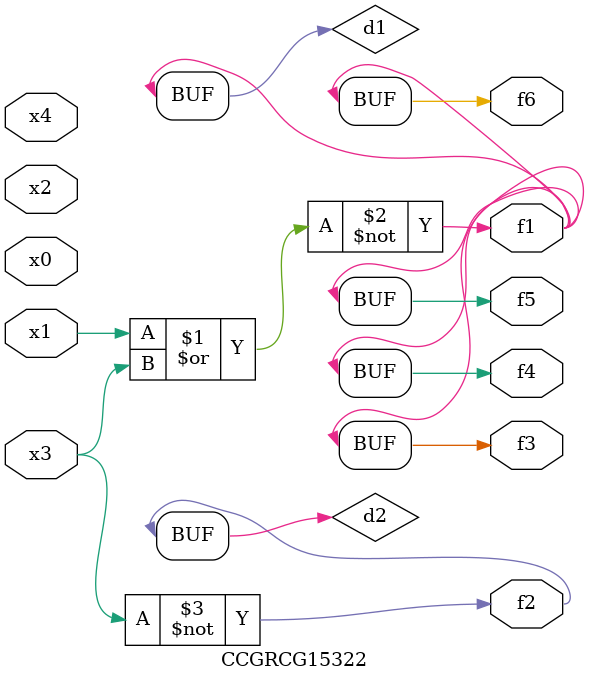
<source format=v>
module CCGRCG15322(
	input x0, x1, x2, x3, x4,
	output f1, f2, f3, f4, f5, f6
);

	wire d1, d2;

	nor (d1, x1, x3);
	not (d2, x3);
	assign f1 = d1;
	assign f2 = d2;
	assign f3 = d1;
	assign f4 = d1;
	assign f5 = d1;
	assign f6 = d1;
endmodule

</source>
